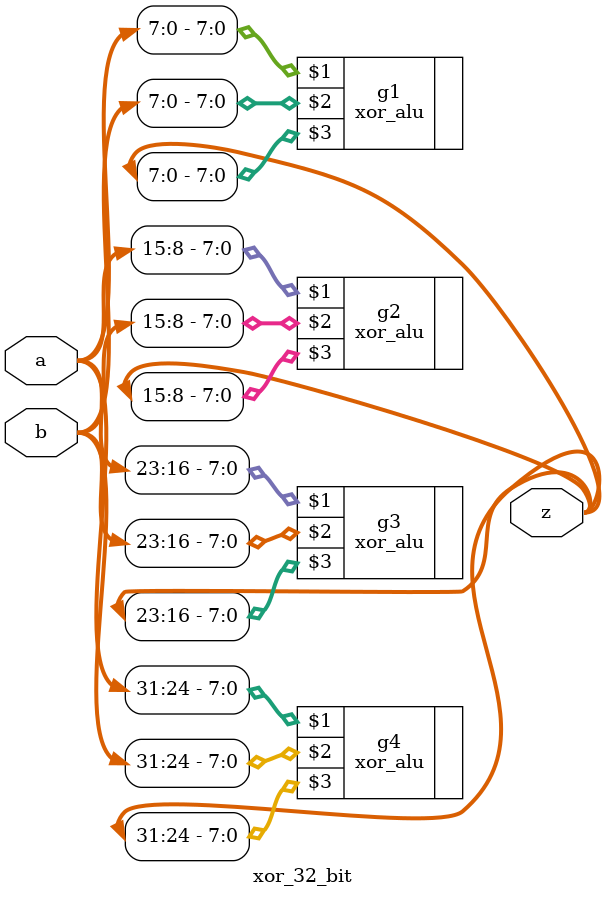
<source format=v>
`timescale 1ns / 1ps


module xor_32_bit(a,b,z
    );
    input [31:0] a,b;
    output wire [31:0] z;
    xor_alu g1(a[7:0],b[7:0],z[7:0]);
    xor_alu g2(a[15:8],b[15:8],z[15:8]);
    xor_alu g3(a[23:16],b[23:16],z[23:16]);
    xor_alu g4(a[31:24],b[31:24],z[31:24]);
    
endmodule
</source>
